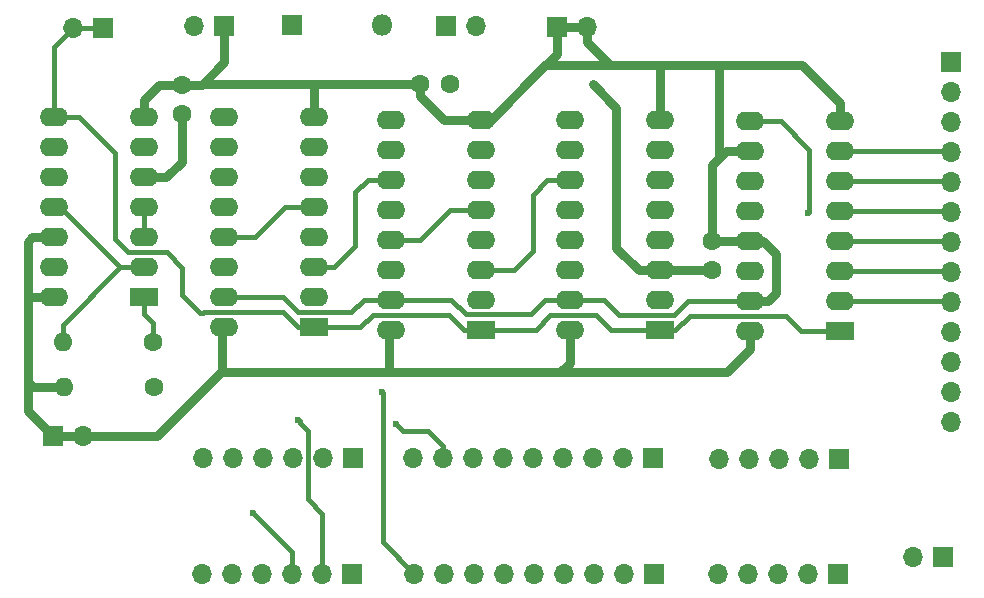
<source format=gbl>
G04 #@! TF.FileFunction,Copper,L2,Bot,Signal*
%FSLAX46Y46*%
G04 Gerber Fmt 4.6, Leading zero omitted, Abs format (unit mm)*
G04 Created by KiCad (PCBNEW 4.0.4-stable) date 07/15/17 23:55:16*
%MOMM*%
%LPD*%
G01*
G04 APERTURE LIST*
%ADD10C,0.100000*%
%ADD11C,1.600000*%
%ADD12R,1.800000X1.800000*%
%ADD13O,1.800000X1.800000*%
%ADD14R,1.700000X1.700000*%
%ADD15O,1.700000X1.700000*%
%ADD16R,2.400000X1.600000*%
%ADD17O,2.400000X1.600000*%
%ADD18O,1.600000X1.600000*%
%ADD19C,0.600000*%
%ADD20C,0.750000*%
%ADD21C,0.400000*%
G04 APERTURE END LIST*
D10*
D11*
X185013600Y-83108800D03*
X185013600Y-80608800D03*
X140106400Y-69900800D03*
X140106400Y-67400800D03*
X162814000Y-67310000D03*
X160314000Y-67310000D03*
D12*
X149479000Y-62306200D03*
D13*
X157099000Y-62306200D03*
D14*
X195757800Y-99034600D03*
D15*
X193217800Y-99034600D03*
X190677800Y-99034600D03*
X188137800Y-99034600D03*
X185597800Y-99034600D03*
D14*
X195656200Y-108788200D03*
D15*
X193116200Y-108788200D03*
X190576200Y-108788200D03*
X188036200Y-108788200D03*
X185496200Y-108788200D03*
D14*
X179984400Y-98983800D03*
D15*
X177444400Y-98983800D03*
X174904400Y-98983800D03*
X172364400Y-98983800D03*
X169824400Y-98983800D03*
X167284400Y-98983800D03*
X164744400Y-98983800D03*
X162204400Y-98983800D03*
X159664400Y-98983800D03*
D14*
X180111400Y-108788200D03*
D15*
X177571400Y-108788200D03*
X175031400Y-108788200D03*
X172491400Y-108788200D03*
X169951400Y-108788200D03*
X167411400Y-108788200D03*
X164871400Y-108788200D03*
X162331400Y-108788200D03*
X159791400Y-108788200D03*
D14*
X154584400Y-98958400D03*
D15*
X152044400Y-98958400D03*
X149504400Y-98958400D03*
X146964400Y-98958400D03*
X144424400Y-98958400D03*
X141884400Y-98958400D03*
D14*
X154559000Y-108788200D03*
D15*
X152019000Y-108788200D03*
X149479000Y-108788200D03*
X146939000Y-108788200D03*
X144399000Y-108788200D03*
X141859000Y-108788200D03*
D14*
X205232000Y-65430400D03*
D15*
X205232000Y-67970400D03*
X205232000Y-70510400D03*
X205232000Y-73050400D03*
X205232000Y-75590400D03*
X205232000Y-78130400D03*
X205232000Y-80670400D03*
X205232000Y-83210400D03*
X205232000Y-85750400D03*
X205232000Y-88290400D03*
X205232000Y-90830400D03*
X205232000Y-93370400D03*
X205232000Y-95910400D03*
D14*
X204597000Y-107365800D03*
D15*
X202057000Y-107365800D03*
D14*
X143713200Y-62433200D03*
D15*
X141173200Y-62433200D03*
D14*
X129235200Y-97129600D03*
D15*
X131775200Y-97129600D03*
D14*
X171856400Y-62509400D03*
D15*
X174396400Y-62509400D03*
D14*
X162509200Y-62407800D03*
D15*
X165049200Y-62407800D03*
D14*
X133451600Y-62585600D03*
D15*
X130911600Y-62585600D03*
D16*
X136906000Y-85394800D03*
D17*
X129286000Y-70154800D03*
X136906000Y-82854800D03*
X129286000Y-72694800D03*
X136906000Y-80314800D03*
X129286000Y-75234800D03*
X136906000Y-77774800D03*
X129286000Y-77774800D03*
X136906000Y-75234800D03*
X129286000Y-80314800D03*
X136906000Y-72694800D03*
X129286000Y-82854800D03*
X136906000Y-70154800D03*
X129286000Y-85394800D03*
D16*
X151307800Y-87934800D03*
D17*
X143687800Y-70154800D03*
X151307800Y-85394800D03*
X143687800Y-72694800D03*
X151307800Y-82854800D03*
X143687800Y-75234800D03*
X151307800Y-80314800D03*
X143687800Y-77774800D03*
X151307800Y-77774800D03*
X143687800Y-80314800D03*
X151307800Y-75234800D03*
X143687800Y-82854800D03*
X151307800Y-72694800D03*
X143687800Y-85394800D03*
X151307800Y-70154800D03*
X143687800Y-87934800D03*
D16*
X165455600Y-88112600D03*
D17*
X157835600Y-70332600D03*
X165455600Y-85572600D03*
X157835600Y-72872600D03*
X165455600Y-83032600D03*
X157835600Y-75412600D03*
X165455600Y-80492600D03*
X157835600Y-77952600D03*
X165455600Y-77952600D03*
X157835600Y-80492600D03*
X165455600Y-75412600D03*
X157835600Y-83032600D03*
X165455600Y-72872600D03*
X157835600Y-85572600D03*
X165455600Y-70332600D03*
X157835600Y-88112600D03*
D16*
X180568600Y-88188800D03*
D17*
X172948600Y-70408800D03*
X180568600Y-85648800D03*
X172948600Y-72948800D03*
X180568600Y-83108800D03*
X172948600Y-75488800D03*
X180568600Y-80568800D03*
X172948600Y-78028800D03*
X180568600Y-78028800D03*
X172948600Y-80568800D03*
X180568600Y-75488800D03*
X172948600Y-83108800D03*
X180568600Y-72948800D03*
X172948600Y-85648800D03*
X180568600Y-70408800D03*
X172948600Y-88188800D03*
D16*
X195834000Y-88265000D03*
D17*
X188214000Y-70485000D03*
X195834000Y-85725000D03*
X188214000Y-73025000D03*
X195834000Y-83185000D03*
X188214000Y-75565000D03*
X195834000Y-80645000D03*
X188214000Y-78105000D03*
X195834000Y-78105000D03*
X188214000Y-80645000D03*
X195834000Y-75565000D03*
X188214000Y-83185000D03*
X195834000Y-73025000D03*
X188214000Y-85725000D03*
X195834000Y-70485000D03*
X188214000Y-88265000D03*
D11*
X137642600Y-89179400D03*
D18*
X130022600Y-89179400D03*
D11*
X137744200Y-92989400D03*
D18*
X130124200Y-92989400D03*
D19*
X174904400Y-67310000D03*
X158242000Y-96088200D03*
X157022800Y-93421200D03*
X149987000Y-95758000D03*
X146100800Y-103606600D03*
X193167000Y-78206600D03*
D20*
X130124200Y-92989400D02*
X127533400Y-92989400D01*
X127533400Y-92989400D02*
X127076200Y-92532200D01*
X129286000Y-85394800D02*
X127381000Y-85394800D01*
X127381000Y-85394800D02*
X127076200Y-85699600D01*
X127076200Y-85699600D02*
X127076200Y-92532200D01*
X127076200Y-92532200D02*
X127076200Y-94970600D01*
X127076200Y-94970600D02*
X129235200Y-97129600D01*
X172948600Y-88188800D02*
X172948600Y-90906600D01*
X172948600Y-90906600D02*
X172161200Y-91694000D01*
X143459200Y-91694000D02*
X143408400Y-91694000D01*
X135636000Y-97129600D02*
X129235200Y-97129600D01*
X143510000Y-91694000D02*
X143459200Y-91694000D01*
X143408400Y-91694000D02*
X137972800Y-97129600D01*
X137972800Y-97129600D02*
X135636000Y-97129600D01*
X176911000Y-69697600D02*
X176911000Y-69316600D01*
X176911000Y-69316600D02*
X174904400Y-67310000D01*
X180568600Y-83108800D02*
X178790600Y-83108800D01*
X176911000Y-81229200D02*
X176911000Y-69697600D01*
X178790600Y-83108800D02*
X176911000Y-81229200D01*
X140106400Y-69900800D02*
X140106400Y-73914000D01*
X138785600Y-75234800D02*
X136906000Y-75234800D01*
X140106400Y-73914000D02*
X138785600Y-75234800D01*
X127457200Y-80314800D02*
X129286000Y-80314800D01*
X127076200Y-80695800D02*
X127457200Y-80314800D01*
X127076200Y-85852000D02*
X127076200Y-85699600D01*
X127076200Y-85699600D02*
X127076200Y-80695800D01*
X170916600Y-91694000D02*
X172161200Y-91694000D01*
X172161200Y-91694000D02*
X186309000Y-91694000D01*
X188214000Y-89789000D02*
X188214000Y-88265000D01*
X186309000Y-91694000D02*
X188214000Y-89789000D01*
X180568600Y-83108800D02*
X183972200Y-83108800D01*
X183972200Y-83108800D02*
X185013600Y-83108800D01*
X143510000Y-91694000D02*
X143510000Y-88112600D01*
X143510000Y-88112600D02*
X143687800Y-87934800D01*
X157632400Y-91694000D02*
X157632400Y-88315800D01*
X157632400Y-88315800D02*
X157835600Y-88112600D01*
X172948600Y-88188800D02*
X172948600Y-89662000D01*
X170916600Y-91694000D02*
X157632400Y-91694000D01*
X157632400Y-91694000D02*
X143510000Y-91694000D01*
X176530000Y-65709800D02*
X170916600Y-65709800D01*
X170916600Y-65709800D02*
X170535600Y-66090800D01*
X143713200Y-62433200D02*
X143713200Y-65481200D01*
X143713200Y-65481200D02*
X141884400Y-67310000D01*
X140106400Y-67400800D02*
X141793600Y-67400800D01*
X141884400Y-67310000D02*
X151079200Y-67310000D01*
X141793600Y-67400800D02*
X141884400Y-67310000D01*
X136906000Y-70154800D02*
X136906000Y-68681600D01*
X138186800Y-67400800D02*
X140106400Y-67400800D01*
X136906000Y-68681600D02*
X138186800Y-67400800D01*
X188214000Y-80645000D02*
X185049800Y-80645000D01*
X185049800Y-80645000D02*
X185013600Y-80608800D01*
X195834000Y-70485000D02*
X195834000Y-68935600D01*
X195834000Y-68935600D02*
X192608200Y-65709800D01*
X174396400Y-62509400D02*
X174396400Y-63754000D01*
X176352200Y-65709800D02*
X176530000Y-65709800D01*
X176530000Y-65709800D02*
X180568600Y-65709800D01*
X174396400Y-63754000D02*
X176352200Y-65709800D01*
X151307800Y-70154800D02*
X151307800Y-67538600D01*
X151307800Y-67538600D02*
X151079200Y-67310000D01*
X185597800Y-65709800D02*
X192608200Y-65709800D01*
X180568600Y-65709800D02*
X185597800Y-65709800D01*
X185597800Y-65709800D02*
X185445400Y-65709800D01*
X185445400Y-65709800D02*
X185597800Y-65862200D01*
X180568600Y-65709800D02*
X180568600Y-65709800D01*
D21*
X175006000Y-85648800D02*
X175869600Y-85648800D01*
X183007000Y-85725000D02*
X184277000Y-85725000D01*
X181813200Y-86918800D02*
X183007000Y-85725000D01*
X177139600Y-86918800D02*
X181813200Y-86918800D01*
X175869600Y-85648800D02*
X177139600Y-86918800D01*
X157835600Y-85572600D02*
X155524200Y-85572600D01*
X148691600Y-85394800D02*
X143687800Y-85394800D01*
X149961600Y-86664800D02*
X148691600Y-85394800D01*
X154432000Y-86664800D02*
X149961600Y-86664800D01*
X155524200Y-85572600D02*
X154432000Y-86664800D01*
X172948600Y-85648800D02*
X170840400Y-85648800D01*
X162941000Y-85572600D02*
X157835600Y-85572600D01*
X164185600Y-86817200D02*
X162941000Y-85572600D01*
X169672000Y-86817200D02*
X164185600Y-86817200D01*
X170840400Y-85648800D02*
X169672000Y-86817200D01*
X188214000Y-85725000D02*
X184277000Y-85725000D01*
X175006000Y-85648800D02*
X172948600Y-85648800D01*
D20*
X188214000Y-80645000D02*
X189357000Y-80645000D01*
X189357000Y-80645000D02*
X190449200Y-81737200D01*
X189763400Y-85725000D02*
X188214000Y-85725000D01*
X190449200Y-85039200D02*
X189763400Y-85725000D01*
X190449200Y-81737200D02*
X190449200Y-85039200D01*
X152882600Y-67310000D02*
X151079200Y-67310000D01*
X152882600Y-67310000D02*
X160314000Y-67310000D01*
X160314000Y-67310000D02*
X160314000Y-68366000D01*
X162280600Y-70332600D02*
X165455600Y-70332600D01*
X160314000Y-68366000D02*
X162280600Y-70332600D01*
X151307800Y-70154800D02*
X151307800Y-68884800D01*
X185013600Y-80608800D02*
X184988200Y-74218800D01*
X184988200Y-74218800D02*
X185597800Y-73609200D01*
X165455600Y-70332600D02*
X166293800Y-70332600D01*
X166293800Y-70332600D02*
X170535600Y-66090800D01*
X170535600Y-66090800D02*
X171856400Y-64770000D01*
X171856400Y-64770000D02*
X171856400Y-62509400D01*
X171856400Y-62509400D02*
X174396400Y-62509400D01*
X180568600Y-70408800D02*
X180568600Y-65709800D01*
X188214000Y-73025000D02*
X186182000Y-73025000D01*
X186182000Y-73025000D02*
X185597800Y-73609200D01*
X185597800Y-73609200D02*
X185597800Y-65862200D01*
D21*
X165455600Y-83032600D02*
X168224200Y-83032600D01*
X171018200Y-75488800D02*
X172948600Y-75488800D01*
X169824400Y-76682600D02*
X171018200Y-75488800D01*
X169824400Y-81432400D02*
X169824400Y-76682600D01*
X168224200Y-83032600D02*
X169824400Y-81432400D01*
X157835600Y-80492600D02*
X160248600Y-80492600D01*
X160248600Y-80492600D02*
X162788600Y-77952600D01*
X162788600Y-77952600D02*
X165455600Y-77952600D01*
X156083000Y-75412600D02*
X155879800Y-75412600D01*
X157835600Y-75412600D02*
X156260800Y-75412600D01*
X156260800Y-75412600D02*
X156083000Y-75412600D01*
X154787600Y-76504800D02*
X154787600Y-81076800D01*
X155879800Y-75412600D02*
X154787600Y-76504800D01*
X152908000Y-82854800D02*
X153009600Y-82854800D01*
X153009600Y-82854800D02*
X154787600Y-81076800D01*
X162204400Y-97942400D02*
X162204400Y-98983800D01*
X160959800Y-96697800D02*
X162204400Y-97942400D01*
X158851600Y-96697800D02*
X160959800Y-96697800D01*
X158242000Y-96088200D02*
X158851600Y-96697800D01*
X151307800Y-82854800D02*
X152908000Y-82854800D01*
X157022800Y-93421200D02*
X157124400Y-93522800D01*
X157124400Y-93522800D02*
X157124400Y-106121200D01*
X157124400Y-106121200D02*
X159791400Y-108788200D01*
X143687800Y-80314800D02*
X146278600Y-80314800D01*
X148818600Y-77774800D02*
X151307800Y-77774800D01*
X146278600Y-80314800D02*
X148818600Y-77774800D01*
X152019000Y-108788200D02*
X152019000Y-103708200D01*
X149987000Y-95758000D02*
X150114000Y-95885000D01*
X150114000Y-95885000D02*
X150114000Y-96012000D01*
X150114000Y-96012000D02*
X150749000Y-96647000D01*
X150774400Y-96672400D02*
X150749000Y-96647000D01*
X150774400Y-102463600D02*
X150774400Y-96672400D01*
X152019000Y-103708200D02*
X150774400Y-102463600D01*
X149479000Y-106984800D02*
X149479000Y-108788200D01*
X146100800Y-103606600D02*
X149479000Y-106984800D01*
X195834000Y-73025000D02*
X205206600Y-73025000D01*
X205206600Y-73025000D02*
X205232000Y-73050400D01*
X195834000Y-75565000D02*
X205206600Y-75565000D01*
X205206600Y-75565000D02*
X205232000Y-75590400D01*
X195834000Y-78105000D02*
X205206600Y-78105000D01*
X205206600Y-78105000D02*
X205232000Y-78130400D01*
X195834000Y-80645000D02*
X205206600Y-80645000D01*
X205206600Y-80645000D02*
X205232000Y-80670400D01*
X195834000Y-83185000D02*
X205206600Y-83185000D01*
X205206600Y-83185000D02*
X205232000Y-83210400D01*
X195834000Y-85725000D02*
X205206600Y-85725000D01*
X205206600Y-85725000D02*
X205232000Y-85750400D01*
X190804800Y-70485000D02*
X188214000Y-70485000D01*
X193217800Y-72898000D02*
X190804800Y-70485000D01*
X193217800Y-78155800D02*
X193217800Y-72898000D01*
X193167000Y-78206600D02*
X193217800Y-78155800D01*
X130911600Y-62585600D02*
X133451600Y-62585600D01*
X129286000Y-70154800D02*
X129286000Y-64211200D01*
X129286000Y-64211200D02*
X130911600Y-62585600D01*
X129286000Y-70154800D02*
X131368800Y-70154800D01*
X149910800Y-87934800D02*
X148640800Y-86664800D01*
X148640800Y-86664800D02*
X141960600Y-86664800D01*
X141960600Y-86664800D02*
X141935200Y-86690200D01*
X141935200Y-86690200D02*
X141630400Y-86690200D01*
X149910800Y-87934800D02*
X151307800Y-87934800D01*
X140157200Y-85217000D02*
X141630400Y-86690200D01*
X140157200Y-82905600D02*
X140157200Y-85217000D01*
X138836400Y-81584800D02*
X140157200Y-82905600D01*
X135559800Y-81584800D02*
X138836400Y-81584800D01*
X134416800Y-80441800D02*
X135559800Y-81584800D01*
X134416800Y-73202800D02*
X134416800Y-80441800D01*
X131368800Y-70154800D02*
X134416800Y-73202800D01*
X165455600Y-88112600D02*
X164007800Y-88112600D01*
X155194000Y-87934800D02*
X151307800Y-87934800D01*
X156286200Y-86842600D02*
X155194000Y-87934800D01*
X162737800Y-86842600D02*
X156286200Y-86842600D01*
X164007800Y-88112600D02*
X162737800Y-86842600D01*
X180568600Y-88188800D02*
X176428400Y-88188800D01*
X170103800Y-88112600D02*
X165455600Y-88112600D01*
X171297600Y-86918800D02*
X170103800Y-88112600D01*
X175158400Y-86918800D02*
X171297600Y-86918800D01*
X176428400Y-88188800D02*
X175158400Y-86918800D01*
X195834000Y-88265000D02*
X192557400Y-88265000D01*
X181889400Y-88188800D02*
X180568600Y-88188800D01*
X183108600Y-86969600D02*
X181889400Y-88188800D01*
X191262000Y-86969600D02*
X183108600Y-86969600D01*
X192557400Y-88265000D02*
X191262000Y-86969600D01*
X136906000Y-85394800D02*
X136906000Y-86817200D01*
X137642600Y-87553800D02*
X137642600Y-89179400D01*
X136906000Y-86817200D02*
X137642600Y-87553800D01*
X129286000Y-77774800D02*
X129794000Y-77774800D01*
X129794000Y-77774800D02*
X134874000Y-82854800D01*
X130022600Y-89179400D02*
X130022600Y-87706200D01*
X134874000Y-82854800D02*
X136906000Y-82854800D01*
X130022600Y-87706200D02*
X134874000Y-82854800D01*
X136906000Y-80314800D02*
X136906000Y-77774800D01*
M02*

</source>
